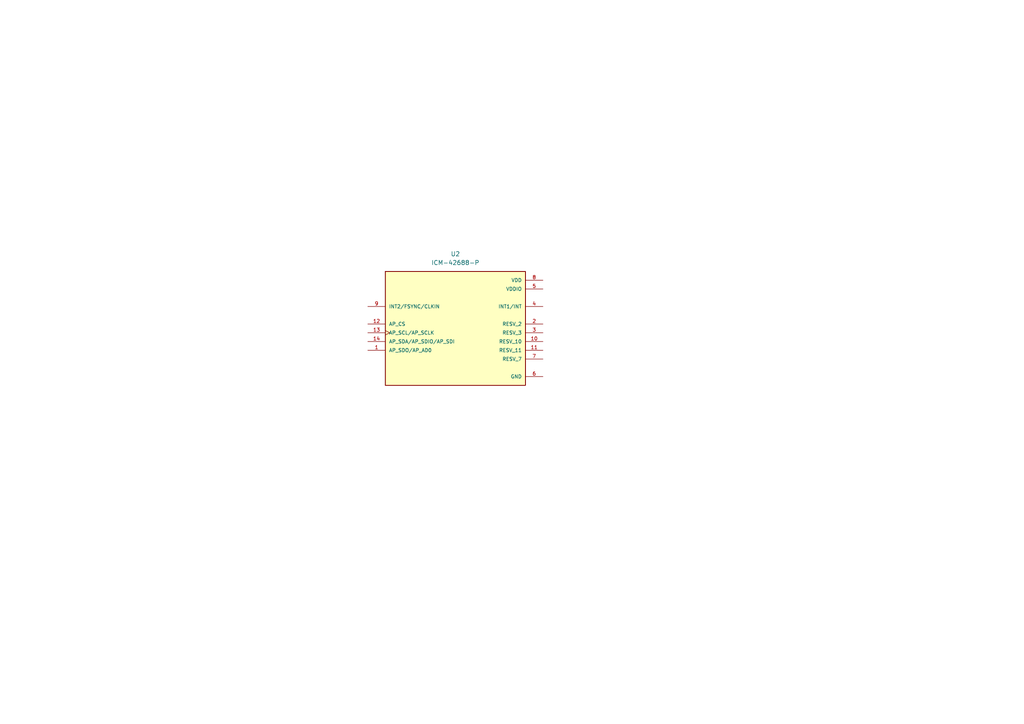
<source format=kicad_sch>
(kicad_sch (version 20250114) (generator "eeschema") (generator_version "9.0")
  (paper "A4")
  (lib_symbols
    (symbol "fcg4:ICM-42688-P" (pin_names (offset 1.016))
      (property "Reference" "U" (at -20.32 16.002 0))
      (property "Value" "ICM-42688-P" (at -20.32 -20.32 0))
      (symbol "ICM-42688-P_0_0"
        (rectangle (start -20.32 15.24) (end 20.32 -17.78) (stroke (width 0.254)) (fill (type background)))
        (pin bidirectional line (at -25.4 5.08 0) (length 5.08) (name "INT2/FSYNC/CLKIN") (number "9"))
        (pin input line (at -25.4 0 0) (length 5.08) (name "AP_CS") (number "12"))
        (pin input clock (at -25.4 -2.54 0) (length 5.08) (name "AP_SCL/AP_SCLK") (number "13"))
        (pin bidirectional line (at -25.4 -5.08 0) (length 5.08) (name "AP_SDA/AP_SDIO/AP_SDI") (number "14"))
        (pin bidirectional line (at -25.4 -7.62 0) (length 5.08) (name "AP_SDO/AP_AD0") (number "1"))
        (pin power_in line (at 25.4 12.7 180) (length 5.08) (name "VDD") (number "8"))
        (pin power_in line (at 25.4 10.16 180) (length 5.08) (name "VDDIO") (number "5"))
        (pin output line (at 25.4 5.08 180) (length 5.08) (name "INT1/INT") (number "4"))
        (pin passive line (at 25.4 0 180) (length 5.08) (name "RESV_2") (number "2"))
        (pin passive line (at 25.4 -2.54 180) (length 5.08) (name "RESV_3") (number "3"))
        (pin passive line (at 25.4 -5.08 180) (length 5.08) (name "RESV_10") (number "10"))
        (pin passive line (at 25.4 -7.62 180) (length 5.08) (name "RESV_11") (number "11"))
        (pin passive line (at 25.4 -10.16 180) (length 5.08) (name "RESV_7") (number "7"))
        (pin power_in line (at 25.4 -15.24 180) (length 5.08) (name "GND") (number "6"))
      )
    )
  )
  (symbol (lib_id "fcg4:ICM-42688-P") (at 132.08 93.98 0) (unit 1)
    (property "Reference" "U2" (at 132.08 73.66 0))
    (property "Value" "ICM-42688-P" (at 132.08 76.2 0))
    (property "Footprint" "fcg4_fp:PQFN50P300X250X97-14N" (effects (hide yes)))
    (property "DigiKey_Part_Number" "1428-ICM-42688-PCT-ND" (effects (hide yes)))
    (property "SnapEDA_Link" "https://www.snapeda.com/parts/ICM-42688-P/TDK+InvenSense/view-part/?ref=snap" (effects (hide yes)))
    (property "MAXIMUM_PACKAGE_HEIGHT" "0.97mm" (effects (hide yes)))
    (property "Package" "LGA-14 TDK InvenSense" (effects (hide yes)))
    (property "Check_prices" "https://www.snapeda.com/parts/ICM-42688-P/TDK+InvenSense/view-part/?ref=eda" (effects (hide yes)))
    (property "STANDARD" "IPC-7351B" (effects (hide yes)))
    (property "PARTREV" "1.2" (effects (hide yes)))
    (property "MF" "TDK InvenSense" (effects (hide yes)))
    (property "MP" "ICM-42688-P" (effects (hide yes)))
    (property "Description_1" "Accelerometer, Gyroscope, 6 Axis Sensor - Output" (effects (hide yes)))
    (property "MANUFACTURER" "TDK InvenSense" (effects (hide yes)))
  )
)
</source>
